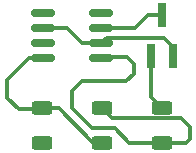
<source format=gbr>
%TF.GenerationSoftware,KiCad,Pcbnew,6.0.7-f9a2dced07~116~ubuntu20.04.1*%
%TF.CreationDate,2022-08-13T13:29:47-04:00*%
%TF.ProjectId,mask_mill,6d61736b-5f6d-4696-9c6c-2e6b69636164,rev?*%
%TF.SameCoordinates,Original*%
%TF.FileFunction,Copper,L1,Top*%
%TF.FilePolarity,Positive*%
%FSLAX46Y46*%
G04 Gerber Fmt 4.6, Leading zero omitted, Abs format (unit mm)*
G04 Created by KiCad (PCBNEW 6.0.7-f9a2dced07~116~ubuntu20.04.1) date 2022-08-13 13:29:47*
%MOMM*%
%LPD*%
G01*
G04 APERTURE LIST*
G04 Aperture macros list*
%AMRoundRect*
0 Rectangle with rounded corners*
0 $1 Rounding radius*
0 $2 $3 $4 $5 $6 $7 $8 $9 X,Y pos of 4 corners*
0 Add a 4 corners polygon primitive as box body*
4,1,4,$2,$3,$4,$5,$6,$7,$8,$9,$2,$3,0*
0 Add four circle primitives for the rounded corners*
1,1,$1+$1,$2,$3*
1,1,$1+$1,$4,$5*
1,1,$1+$1,$6,$7*
1,1,$1+$1,$8,$9*
0 Add four rect primitives between the rounded corners*
20,1,$1+$1,$2,$3,$4,$5,0*
20,1,$1+$1,$4,$5,$6,$7,0*
20,1,$1+$1,$6,$7,$8,$9,0*
20,1,$1+$1,$8,$9,$2,$3,0*%
G04 Aperture macros list end*
%TA.AperFunction,SMDPad,CuDef*%
%ADD10R,0.650000X2.000000*%
%TD*%
%TA.AperFunction,SMDPad,CuDef*%
%ADD11RoundRect,0.150000X-0.825000X-0.150000X0.825000X-0.150000X0.825000X0.150000X-0.825000X0.150000X0*%
%TD*%
%TA.AperFunction,SMDPad,CuDef*%
%ADD12RoundRect,0.250000X0.625000X-0.312500X0.625000X0.312500X-0.625000X0.312500X-0.625000X-0.312500X0*%
%TD*%
%TA.AperFunction,Conductor*%
%ADD13C,0.350000*%
%TD*%
G04 APERTURE END LIST*
D10*
%TO.P,REF\u002A\u002A,1*%
%TO.N,N/C*%
X136210000Y-80450000D03*
%TO.P,REF\u002A\u002A,2*%
X138110000Y-80450000D03*
%TO.P,REF\u002A\u002A,3*%
X137160000Y-77030000D03*
%TD*%
D11*
%TO.P,REF\u002A\u002A,1*%
%TO.N,N/C*%
X127065000Y-76835000D03*
%TO.P,REF\u002A\u002A,2*%
X127065000Y-78105000D03*
%TO.P,REF\u002A\u002A,3*%
X127065000Y-79375000D03*
%TO.P,REF\u002A\u002A,4*%
X127065000Y-80645000D03*
%TO.P,REF\u002A\u002A,5*%
X132015000Y-80645000D03*
%TO.P,REF\u002A\u002A,6*%
X132015000Y-79375000D03*
%TO.P,REF\u002A\u002A,7*%
X132015000Y-78105000D03*
%TO.P,REF\u002A\u002A,8*%
X132015000Y-76835000D03*
%TD*%
D12*
%TO.P,REF\u002A\u002A,1*%
%TO.N,N/C*%
X137160000Y-87822500D03*
%TO.P,REF\u002A\u002A,2*%
X137160000Y-84897500D03*
%TD*%
%TO.P,REF\u002A\u002A,1*%
%TO.N,N/C*%
X132080000Y-87822500D03*
%TO.P,REF\u002A\u002A,2*%
X132080000Y-84897500D03*
%TD*%
%TO.P,REF\u002A\u002A,1*%
%TO.N,N/C*%
X127000000Y-87822500D03*
%TO.P,REF\u002A\u002A,2*%
X127000000Y-84897500D03*
%TD*%
D13*
%TO.N,*%
X138110000Y-80450000D02*
X138110000Y-79696373D01*
X138110000Y-79696373D02*
X137342404Y-78928777D01*
X137342404Y-78928777D02*
X132461223Y-78928777D01*
X132461223Y-78928777D02*
X132015000Y-79375000D01*
X136210000Y-80450000D02*
X136210000Y-83947500D01*
X136210000Y-83947500D02*
X137160000Y-84897500D01*
X132015000Y-78105000D02*
X134895000Y-78105000D01*
X134895000Y-78105000D02*
X135970000Y-77030000D01*
X135970000Y-77030000D02*
X137160000Y-77030000D01*
X132015000Y-79375000D02*
X130375000Y-79375000D01*
X130375000Y-79375000D02*
X129105000Y-78105000D01*
X129105000Y-78105000D02*
X127065000Y-78105000D01*
X137160000Y-87822500D02*
X134385454Y-87822500D01*
X134735139Y-82006791D02*
X134735139Y-81199961D01*
X134385454Y-87822500D02*
X133151927Y-86588973D01*
X133151927Y-86588973D02*
X131203357Y-86588973D01*
X131203357Y-86588973D02*
X129483136Y-84868752D01*
X129483136Y-84868752D02*
X129483136Y-83483441D01*
X129483136Y-83483441D02*
X130350858Y-82615719D01*
X130350858Y-82615719D02*
X134126211Y-82615719D01*
X134126211Y-82615719D02*
X134735139Y-82006791D01*
X134735139Y-81199961D02*
X134141435Y-80606257D01*
X134141435Y-80606257D02*
X132053743Y-80606257D01*
X132053743Y-80606257D02*
X132015000Y-80645000D01*
X132080000Y-84897500D02*
X132934197Y-85751697D01*
X132934197Y-85751697D02*
X138751697Y-85751697D01*
X138751697Y-85751697D02*
X139500000Y-86500000D01*
X139500000Y-86500000D02*
X139500000Y-87500000D01*
X139500000Y-87500000D02*
X139177500Y-87822500D01*
X139177500Y-87822500D02*
X137160000Y-87822500D01*
X127000000Y-84897500D02*
X128397500Y-84897500D01*
X128397500Y-84897500D02*
X131322500Y-87822500D01*
X131322500Y-87822500D02*
X132080000Y-87822500D01*
X124000000Y-84000000D02*
X125000000Y-85000000D01*
X124000000Y-82500000D02*
X124000000Y-84000000D01*
X126897500Y-85000000D02*
X127000000Y-84897500D01*
X127065000Y-80645000D02*
X125855000Y-80645000D01*
X125855000Y-80645000D02*
X124000000Y-82500000D01*
X125000000Y-85000000D02*
X126897500Y-85000000D01*
%TD*%
M02*

</source>
